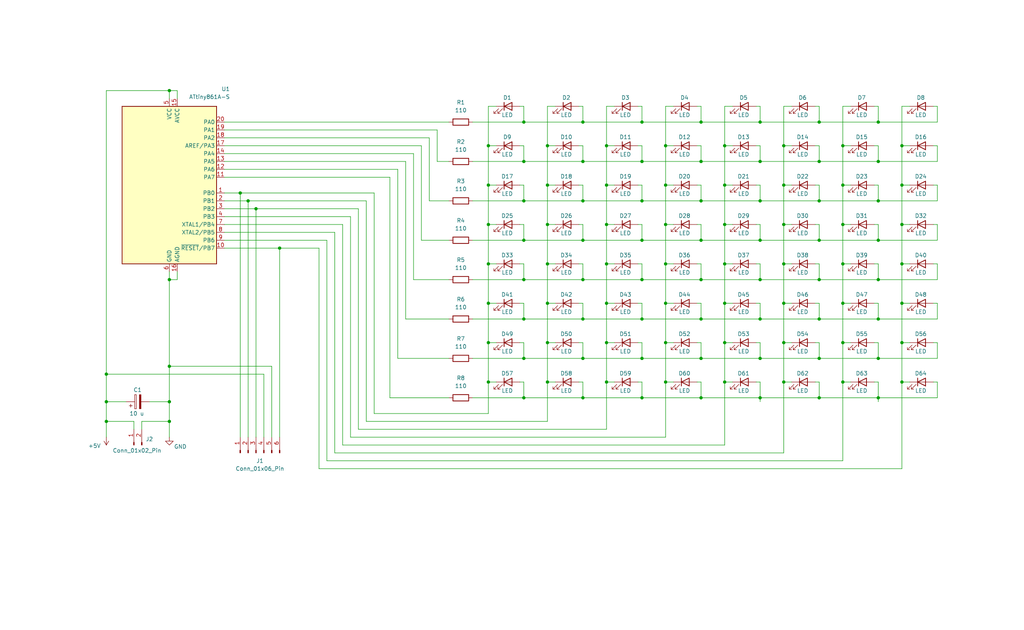
<source format=kicad_sch>
(kicad_sch (version 20250114) (generator "eeschema") (generator_version "9.0")
  (paper "User" 330.2 203.2)
  (title_block (title "Salama-64") (date "2026-02-12") (company "ELEKTRONIIKKAKERHO") (comment 1 "Jan Äärelä"))
  (junction (at 252.73 72.39))
  (junction (at 195.58 97.79))
  (junction (at 187.96 128.27))
  (junction (at 195.58 72.39))
  (junction (at 207.01 77.47))
  (junction (at 207.01 52.07))
  (junction (at 226.06 128.27))
  (junction (at 157.48 123.19))
  (junction (at 168.91 52.07))
  (junction (at 226.06 64.77))
  (junction (at 82.55 67.31))
  (junction (at 195.58 85.09))
  (junction (at 157.48 72.39))
  (junction (at 271.78 97.79))
  (junction (at 214.63 85.09))
  (junction (at 252.73 85.09))
  (junction (at 54.61 90.17))
  (junction (at 252.73 110.49))
  (junction (at 283.21 64.77))
  (junction (at 264.16 77.47))
  (junction (at 264.16 115.57))
  (junction (at 245.11 128.27))
  (junction (at 290.83 72.39))
  (junction (at 271.78 46.99))
  (junction (at 226.06 115.57))
  (junction (at 176.53 46.99))
  (junction (at 187.96 102.87))
  (junction (at 245.11 102.87))
  (junction (at 195.58 110.49))
  (junction (at 214.63 59.69))
  (junction (at 233.68 59.69))
  (junction (at 264.16 90.17))
  (junction (at 187.96 39.37))
  (junction (at 157.48 97.79))
  (junction (at 283.21 128.27))
  (junction (at 271.78 72.39))
  (junction (at 226.06 90.17))
  (junction (at 195.58 46.99))
  (junction (at 264.16 39.37))
  (junction (at 187.96 64.77))
  (junction (at 283.21 115.57))
  (junction (at 290.83 123.19))
  (junction (at 207.01 90.17))
  (junction (at 290.83 85.09))
  (junction (at 214.63 72.39))
  (junction (at 187.96 115.57))
  (junction (at 176.53 85.09))
  (junction (at 207.01 115.57))
  (junction (at 233.68 97.79))
  (junction (at 195.58 123.19))
  (junction (at 226.06 77.47))
  (junction (at 226.06 102.87))
  (junction (at 34.29 135.89))
  (junction (at 214.63 46.99))
  (junction (at 283.21 90.17))
  (junction (at 264.16 52.07))
  (junction (at 245.11 64.77))
  (junction (at 157.48 46.99))
  (junction (at 187.96 77.47))
  (junction (at 264.16 128.27))
  (junction (at 168.91 39.37))
  (junction (at 283.21 39.37))
  (junction (at 34.29 129.54))
  (junction (at 80.01 64.77))
  (junction (at 207.01 39.37))
  (junction (at 245.11 52.07))
  (junction (at 168.91 102.87))
  (junction (at 271.78 123.19))
  (junction (at 54.61 29.21))
  (junction (at 271.78 85.09))
  (junction (at 176.53 59.69))
  (junction (at 290.83 46.99))
  (junction (at 264.16 102.87))
  (junction (at 245.11 77.47))
  (junction (at 233.68 123.19))
  (junction (at 168.91 128.27))
  (junction (at 34.29 120.65))
  (junction (at 245.11 39.37))
  (junction (at 207.01 128.27))
  (junction (at 168.91 115.57))
  (junction (at 252.73 59.69))
  (junction (at 233.68 110.49))
  (junction (at 54.61 118.11))
  (junction (at 195.58 59.69))
  (junction (at 77.47 62.23))
  (junction (at 168.91 77.47))
  (junction (at 214.63 97.79))
  (junction (at 290.83 110.49))
  (junction (at 233.68 46.99))
  (junction (at 157.48 59.69))
  (junction (at 214.63 123.19))
  (junction (at 187.96 52.07))
  (junction (at 271.78 59.69))
  (junction (at 207.01 102.87))
  (junction (at 187.96 90.17))
  (junction (at 283.21 77.47))
  (junction (at 176.53 72.39))
  (junction (at 252.73 97.79))
  (junction (at 233.68 72.39))
  (junction (at 176.53 97.79))
  (junction (at 157.48 110.49))
  (junction (at 54.61 129.54))
  (junction (at 168.91 90.17))
  (junction (at 271.78 110.49))
  (junction (at 207.01 64.77))
  (junction (at 214.63 110.49))
  (junction (at 252.73 123.19))
  (junction (at 245.11 115.57))
  (junction (at 264.16 64.77))
  (junction (at 168.91 64.77))
  (junction (at 283.21 52.07))
  (junction (at 290.83 97.79))
  (junction (at 233.68 85.09))
  (junction (at 176.53 110.49))
  (junction (at 252.73 46.99))
  (junction (at 245.11 90.17))
  (junction (at 283.21 102.87))
  (junction (at 54.61 135.89))
  (junction (at 226.06 39.37))
  (junction (at 290.83 59.69))
  (junction (at 90.17 80.01))
  (junction (at 226.06 52.07))
  (junction (at 176.53 123.19))
  (junction (at 157.48 85.09))
  (wire (pts (xy 157.48 110.49) (xy 160.02 110.49)))
  (wire (pts (xy 135.89 46.99) (xy 135.89 77.47)))
  (wire (pts (xy 102.87 151.13) (xy 290.83 151.13)))
  (wire (pts (xy 152.4 102.87) (xy 168.91 102.87)))
  (wire (pts (xy 167.64 72.39) (xy 168.91 72.39)))
  (wire (pts (xy 264.16 59.69) (xy 264.16 64.77)))
  (wire (pts (xy 87.63 140.97) (xy 87.63 118.11)))
  (wire (pts (xy 252.73 85.09) (xy 255.27 85.09)))
  (wire (pts (xy 271.78 46.99) (xy 274.32 46.99)))
  (wire (pts (xy 264.16 34.29) (xy 264.16 39.37)))
  (wire (pts (xy 252.73 97.79) (xy 255.27 97.79)))
  (wire (pts (xy 187.96 52.07) (xy 187.96 46.99)))
  (wire (pts (xy 72.39 46.99) (xy 135.89 46.99)))
  (wire (pts (xy 207.01 72.39) (xy 207.01 77.47)))
  (wire (pts (xy 245.11 72.39) (xy 245.11 77.47)))
  (wire (pts (xy 195.58 59.69) (xy 198.12 59.69)))
  (wire (pts (xy 233.68 59.69) (xy 236.22 59.69)))
  (wire (pts (xy 226.06 52.07) (xy 207.01 52.07)))
  (wire (pts (xy 48.26 129.54) (xy 54.61 129.54)))
  (wire (pts (xy 72.39 41.91) (xy 140.97 41.91)))
  (wire (pts (xy 283.21 46.99) (xy 283.21 52.07)))
  (wire (pts (xy 176.53 97.79) (xy 176.53 110.49)))
  (wire (pts (xy 168.91 97.79) (xy 168.91 102.87)))
  (wire (pts (xy 283.21 85.09) (xy 283.21 90.17)))
  (wire (pts (xy 195.58 72.39) (xy 198.12 72.39)))
  (wire (pts (xy 233.68 97.79) (xy 236.22 97.79)))
  (wire (pts (xy 283.21 102.87) (xy 302.26 102.87)))
  (wire (pts (xy 207.01 115.57) (xy 226.06 115.57)))
  (wire (pts (xy 54.61 87.63) (xy 54.61 90.17)))
  (wire (pts (xy 207.01 110.49) (xy 207.01 115.57)))
  (wire (pts (xy 187.96 64.77) (xy 187.96 59.69)))
  (wire (pts (xy 226.06 110.49) (xy 226.06 115.57)))
  (wire (pts (xy 283.21 97.79) (xy 283.21 102.87)))
  (wire (pts (xy 167.64 123.19) (xy 168.91 123.19)))
  (wire (pts (xy 186.69 123.19) (xy 187.96 123.19)))
  (wire (pts (xy 82.55 67.31) (xy 115.57 67.31)))
  (wire (pts (xy 214.63 85.09) (xy 214.63 97.79)))
  (wire (pts (xy 233.68 72.39) (xy 236.22 72.39)))
  (wire (pts (xy 157.48 97.79) (xy 160.02 97.79)))
  (wire (pts (xy 245.11 123.19) (xy 245.11 128.27)))
  (wire (pts (xy 233.68 72.39) (xy 233.68 85.09)))
  (wire (pts (xy 264.16 39.37) (xy 283.21 39.37)))
  (wire (pts (xy 262.89 46.99) (xy 264.16 46.99)))
  (wire (pts (xy 195.58 72.39) (xy 195.58 85.09)))
  (wire (pts (xy 207.01 77.47) (xy 226.06 77.47)))
  (wire (pts (xy 168.91 85.09) (xy 168.91 90.17)))
  (wire (pts (xy 264.16 72.39) (xy 264.16 77.47)))
  (wire (pts (xy 290.83 59.69) (xy 290.83 72.39)))
  (wire (pts (xy 195.58 85.09) (xy 198.12 85.09)))
  (wire (pts (xy 271.78 148.59) (xy 271.78 123.19)))
  (wire (pts (xy 281.94 59.69) (xy 283.21 59.69)))
  (wire (pts (xy 264.16 115.57) (xy 283.21 115.57)))
  (wire (pts (xy 102.87 80.01) (xy 102.87 151.13)))
  (wire (pts (xy 283.21 110.49) (xy 283.21 115.57)))
  (wire (pts (xy 264.16 97.79) (xy 264.16 102.87)))
  (wire (pts (xy 130.81 102.87) (xy 144.78 102.87)))
  (wire (pts (xy 226.06 34.29) (xy 226.06 39.37)))
  (wire (pts (xy 214.63 140.97) (xy 214.63 123.19)))
  (wire (pts (xy 187.96 39.37) (xy 207.01 39.37)))
  (wire (pts (xy 113.03 140.97) (xy 214.63 140.97)))
  (wire (pts (xy 34.29 129.54) (xy 34.29 120.65)))
  (wire (pts (xy 168.91 46.99) (xy 168.91 52.07)))
  (wire (pts (xy 85.09 140.97) (xy 85.09 120.65)))
  (wire (pts (xy 243.84 97.79) (xy 245.11 97.79)))
  (wire (pts (xy 245.11 52.07) (xy 226.06 52.07)))
  (wire (pts (xy 207.01 39.37) (xy 226.06 39.37)))
  (wire (pts (xy 72.39 44.45) (xy 138.43 44.45)))
  (wire (pts (xy 233.68 34.29) (xy 233.68 46.99)))
  (wire (pts (xy 187.96 115.57) (xy 187.96 110.49)))
  (wire (pts (xy 245.11 64.77) (xy 264.16 64.77)))
  (wire (pts (xy 290.83 123.19) (xy 293.37 123.19)))
  (wire (pts (xy 207.01 102.87) (xy 226.06 102.87)))
  (wire (pts (xy 167.64 97.79) (xy 168.91 97.79)))
  (wire (pts (xy 54.61 118.11) (xy 87.63 118.11)))
  (wire (pts (xy 271.78 46.99) (xy 271.78 59.69)))
  (wire (pts (xy 168.91 72.39) (xy 168.91 77.47)))
  (wire (pts (xy 245.11 85.09) (xy 245.11 90.17)))
  (wire (pts (xy 264.16 46.99) (xy 264.16 52.07)))
  (wire (pts (xy 140.97 52.07) (xy 144.78 52.07)))
  (wire (pts (xy 187.96 46.99) (xy 186.69 46.99)))
  (wire (pts (xy 187.96 77.47) (xy 207.01 77.47)))
  (wire (pts (xy 207.01 59.69) (xy 207.01 64.77)))
  (wire (pts (xy 243.84 123.19) (xy 245.11 123.19)))
  (wire (pts (xy 157.48 97.79) (xy 157.48 85.09)))
  (wire (pts (xy 271.78 97.79) (xy 271.78 110.49)))
  (wire (pts (xy 90.17 80.01) (xy 90.17 140.97)))
  (wire (pts (xy 245.11 46.99) (xy 245.11 52.07)))
  (wire (pts (xy 176.53 135.89) (xy 176.53 123.19)))
  (wire (pts (xy 157.48 85.09) (xy 157.48 72.39)))
  (wire (pts (xy 233.68 85.09) (xy 236.22 85.09)))
  (wire (pts (xy 72.39 57.15) (xy 125.73 57.15)))
  (wire (pts (xy 262.89 85.09) (xy 264.16 85.09)))
  (wire (pts (xy 226.06 123.19) (xy 226.06 128.27)))
  (wire (pts (xy 302.26 110.49) (xy 302.26 115.57)))
  (wire (pts (xy 168.91 64.77) (xy 187.96 64.77)))
  (wire (pts (xy 271.78 85.09) (xy 274.32 85.09)))
  (wire (pts (xy 300.99 59.69) (xy 302.26 59.69)))
  (wire (pts (xy 128.27 54.61) (xy 128.27 115.57)))
  (wire (pts (xy 271.78 59.69) (xy 271.78 72.39)))
  (wire (pts (xy 168.91 90.17) (xy 187.96 90.17)))
  (wire (pts (xy 271.78 59.69) (xy 274.32 59.69)))
  (wire (pts (xy 264.16 90.17) (xy 283.21 90.17)))
  (wire (pts (xy 115.57 67.31) (xy 115.57 138.43)))
  (wire (pts (xy 243.84 85.09) (xy 245.11 85.09)))
  (wire (pts (xy 281.94 123.19) (xy 283.21 123.19)))
  (wire (pts (xy 226.06 97.79) (xy 226.06 102.87)))
  (wire (pts (xy 233.68 123.19) (xy 236.22 123.19)))
  (wire (pts (xy 54.61 29.21) (xy 54.61 31.75)))
  (wire (pts (xy 72.39 77.47) (xy 105.41 77.47)))
  (wire (pts (xy 283.21 52.07) (xy 302.26 52.07)))
  (wire (pts (xy 243.84 110.49) (xy 245.11 110.49)))
  (wire (pts (xy 167.64 46.99) (xy 168.91 46.99)))
  (wire (pts (xy 72.39 80.01) (xy 90.17 80.01)))
  (wire (pts (xy 283.21 34.29) (xy 283.21 39.37)))
  (wire (pts (xy 186.69 97.79) (xy 187.96 97.79)))
  (wire (pts (xy 198.12 34.29) (xy 195.58 34.29)))
  (wire (pts (xy 90.17 80.01) (xy 102.87 80.01)))
  (wire (pts (xy 264.16 110.49) (xy 264.16 115.57)))
  (wire (pts (xy 264.16 64.77) (xy 283.21 64.77)))
  (wire (pts (xy 252.73 110.49) (xy 252.73 123.19)))
  (wire (pts (xy 105.41 148.59) (xy 271.78 148.59)))
  (wire (pts (xy 214.63 72.39) (xy 214.63 85.09)))
  (wire (pts (xy 205.74 123.19) (xy 207.01 123.19)))
  (wire (pts (xy 252.73 72.39) (xy 252.73 85.09)))
  (wire (pts (xy 252.73 34.29) (xy 252.73 46.99)))
  (wire (pts (xy 157.48 123.19) (xy 157.48 110.49)))
  (wire (pts (xy 168.91 128.27) (xy 187.96 128.27)))
  (wire (pts (xy 290.83 46.99) (xy 290.83 59.69)))
  (wire (pts (xy 243.84 59.69) (xy 245.11 59.69)))
  (wire (pts (xy 245.11 90.17) (xy 264.16 90.17)))
  (wire (pts (xy 214.63 110.49) (xy 214.63 123.19)))
  (wire (pts (xy 187.96 128.27) (xy 207.01 128.27)))
  (wire (pts (xy 283.21 90.17) (xy 302.26 90.17)))
  (wire (pts (xy 207.01 97.79) (xy 207.01 102.87)))
  (wire (pts (xy 152.4 52.07) (xy 168.91 52.07)))
  (wire (pts (xy 34.29 120.65) (xy 85.09 120.65)))
  (wire (pts (xy 195.58 59.69) (xy 195.58 72.39)))
  (wire (pts (xy 252.73 59.69) (xy 252.73 72.39)))
  (wire (pts (xy 80.01 64.77) (xy 118.11 64.77)))
  (wire (pts (xy 186.69 59.69) (xy 187.96 59.69)))
  (wire (pts (xy 207.01 128.27) (xy 226.06 128.27)))
  (wire (pts (xy 34.29 135.89) (xy 34.29 140.97)))
  (wire (pts (xy 271.78 110.49) (xy 271.78 123.19)))
  (wire (pts (xy 187.96 115.57) (xy 207.01 115.57)))
  (wire (pts (xy 302.26 72.39) (xy 302.26 77.47)))
  (wire (pts (xy 157.48 46.99) (xy 160.02 46.99)))
  (wire (pts (xy 262.89 59.69) (xy 264.16 59.69)))
  (wire (pts (xy 167.64 110.49) (xy 168.91 110.49)))
  (wire (pts (xy 302.26 59.69) (xy 302.26 64.77)))
  (wire (pts (xy 252.73 72.39) (xy 255.27 72.39)))
  (wire (pts (xy 138.43 64.77) (xy 144.78 64.77)))
  (wire (pts (xy 130.81 52.07) (xy 130.81 102.87)))
  (wire (pts (xy 293.37 34.29) (xy 290.83 34.29)))
  (wire (pts (xy 176.53 97.79) (xy 179.07 97.79)))
  (wire (pts (xy 118.11 64.77) (xy 118.11 135.89)))
  (wire (pts (xy 214.63 97.79) (xy 214.63 110.49)))
  (wire (pts (xy 187.96 77.47) (xy 187.96 72.39)))
  (wire (pts (xy 125.73 128.27) (xy 144.78 128.27)))
  (wire (pts (xy 245.11 39.37) (xy 264.16 39.37)))
  (wire (pts (xy 226.06 72.39) (xy 226.06 77.47)))
  (wire (pts (xy 262.89 72.39) (xy 264.16 72.39)))
  (wire (pts (xy 214.63 72.39) (xy 217.17 72.39)))
  (wire (pts (xy 283.21 115.57) (xy 302.26 115.57)))
  (wire (pts (xy 168.91 123.19) (xy 168.91 128.27)))
  (wire (pts (xy 262.89 110.49) (xy 264.16 110.49)))
  (wire (pts (xy 302.26 97.79) (xy 302.26 102.87)))
  (wire (pts (xy 72.39 49.53) (xy 133.35 49.53)))
  (wire (pts (xy 135.89 77.47) (xy 144.78 77.47)))
  (wire (pts (xy 283.21 77.47) (xy 302.26 77.47)))
  (wire (pts (xy 214.63 123.19) (xy 217.17 123.19)))
  (wire (pts (xy 205.74 72.39) (xy 207.01 72.39)))
  (wire (pts (xy 176.53 110.49) (xy 179.07 110.49)))
  (wire (pts (xy 176.53 123.19) (xy 179.07 123.19)))
  (wire (pts (xy 290.83 85.09) (xy 290.83 97.79)))
  (wire (pts (xy 274.32 123.19) (xy 271.78 123.19)))
  (wire (pts (xy 281.94 85.09) (xy 283.21 85.09)))
  (wire (pts (xy 187.96 52.07) (xy 207.01 52.07)))
  (wire (pts (xy 72.39 67.31) (xy 82.55 67.31)))
  (wire (pts (xy 34.29 135.89) (xy 43.18 135.89)))
  (wire (pts (xy 205.74 34.29) (xy 207.01 34.29)))
  (wire (pts (xy 77.47 62.23) (xy 120.65 62.23)))
  (wire (pts (xy 214.63 34.29) (xy 214.63 46.99)))
  (wire (pts (xy 195.58 110.49) (xy 195.58 123.19)))
  (wire (pts (xy 152.4 115.57) (xy 168.91 115.57)))
  (wire (pts (xy 157.48 59.69) (xy 157.48 46.99)))
  (wire (pts (xy 281.94 97.79) (xy 283.21 97.79)))
  (wire (pts (xy 300.99 123.19) (xy 302.26 123.19)))
  (wire (pts (xy 252.73 46.99) (xy 255.27 46.99)))
  (wire (pts (xy 302.26 123.19) (xy 302.26 128.27)))
  (wire (pts (xy 176.53 72.39) (xy 176.53 85.09)))
  (wire (pts (xy 245.11 77.47) (xy 264.16 77.47)))
  (wire (pts (xy 34.29 129.54) (xy 40.64 129.54)))
  (wire (pts (xy 82.55 67.31) (xy 82.55 140.97)))
  (wire (pts (xy 54.61 129.54) (xy 54.61 135.89)))
  (wire (pts (xy 157.48 72.39) (xy 157.48 59.69)))
  (wire (pts (xy 245.11 34.29) (xy 245.11 39.37)))
  (wire (pts (xy 255.27 34.29) (xy 252.73 34.29)))
  (wire (pts (xy 168.91 59.69) (xy 168.91 64.77)))
  (wire (pts (xy 176.53 110.49) (xy 176.53 123.19)))
  (wire (pts (xy 224.79 59.69) (xy 226.06 59.69)))
  (wire (pts (xy 224.79 46.99) (xy 226.06 46.99)))
  (wire (pts (xy 205.74 85.09) (xy 207.01 85.09)))
  (wire (pts (xy 110.49 143.51) (xy 233.68 143.51)))
  (wire (pts (xy 226.06 115.57) (xy 245.11 115.57)))
  (wire (pts (xy 271.78 72.39) (xy 274.32 72.39)))
  (wire (pts (xy 302.26 64.77) (xy 283.21 64.77)))
  (wire (pts (xy 205.74 59.69) (xy 207.01 59.69)))
  (wire (pts (xy 245.11 110.49) (xy 245.11 115.57)))
  (wire (pts (xy 195.58 138.43) (xy 195.58 123.19)))
  (wire (pts (xy 214.63 46.99) (xy 214.63 59.69)))
  (wire (pts (xy 300.99 97.79) (xy 302.26 97.79)))
  (wire (pts (xy 271.78 72.39) (xy 271.78 85.09)))
  (wire (pts (xy 168.91 110.49) (xy 168.91 115.57)))
  (wire (pts (xy 113.03 69.85) (xy 113.03 140.97)))
  (wire (pts (xy 120.65 62.23) (xy 120.65 133.35)))
  (wire (pts (xy 262.89 34.29) (xy 264.16 34.29)))
  (wire (pts (xy 245.11 59.69) (xy 245.11 64.77)))
  (wire (pts (xy 195.58 110.49) (xy 198.12 110.49)))
  (wire (pts (xy 120.65 133.35) (xy 157.48 133.35)))
  (wire (pts (xy 271.78 85.09) (xy 271.78 97.79)))
  (wire (pts (xy 281.94 110.49) (xy 283.21 110.49)))
  (wire (pts (xy 187.96 102.87) (xy 187.96 97.79)))
  (wire (pts (xy 226.06 64.77) (xy 245.11 64.77)))
  (wire (pts (xy 252.73 123.19) (xy 255.27 123.19)))
  (wire (pts (xy 152.4 128.27) (xy 168.91 128.27)))
  (wire (pts (xy 214.63 59.69) (xy 217.17 59.69)))
  (wire (pts (xy 186.69 85.09) (xy 187.96 85.09)))
  (wire (pts (xy 186.69 72.39) (xy 187.96 72.39)))
  (wire (pts (xy 157.48 72.39) (xy 160.02 72.39)))
  (wire (pts (xy 176.53 85.09) (xy 176.53 97.79)))
  (wire (pts (xy 217.17 34.29) (xy 214.63 34.29)))
  (wire (pts (xy 281.94 34.29) (xy 283.21 34.29)))
  (wire (pts (xy 105.41 77.47) (xy 105.41 148.59)))
  (wire (pts (xy 195.58 85.09) (xy 195.58 97.79)))
  (wire (pts (xy 281.94 72.39) (xy 283.21 72.39)))
  (wire (pts (xy 283.21 72.39) (xy 283.21 77.47)))
  (wire (pts (xy 233.68 110.49) (xy 233.68 123.19)))
  (wire (pts (xy 77.47 62.23) (xy 77.47 140.97)))
  (wire (pts (xy 262.89 123.19) (xy 264.16 123.19)))
  (wire (pts (xy 54.61 118.11) (xy 54.61 129.54)))
  (wire (pts (xy 252.73 110.49) (xy 255.27 110.49)))
  (wire (pts (xy 290.83 97.79) (xy 293.37 97.79)))
  (wire (pts (xy 157.48 85.09) (xy 160.02 85.09)))
  (wire (pts (xy 80.01 64.77) (xy 80.01 140.97)))
  (wire (pts (xy 195.58 97.79) (xy 195.58 110.49)))
  (wire (pts (xy 214.63 85.09) (xy 217.17 85.09)))
  (wire (pts (xy 207.01 85.09) (xy 207.01 90.17)))
  (wire (pts (xy 233.68 123.19) (xy 233.68 143.51)))
  (wire (pts (xy 43.18 135.89) (xy 43.18 138.43)))
  (wire (pts (xy 243.84 46.99) (xy 245.11 46.99)))
  (wire (pts (xy 207.01 34.29) (xy 207.01 39.37)))
  (wire (pts (xy 186.69 110.49) (xy 187.96 110.49)))
  (wire (pts (xy 207.01 123.19) (xy 207.01 128.27)))
  (wire (pts (xy 168.91 34.29) (xy 168.91 39.37)))
  (wire (pts (xy 233.68 59.69) (xy 233.68 72.39)))
  (wire (pts (xy 72.39 62.23) (xy 77.47 62.23)))
  (wire (pts (xy 107.95 74.93) (xy 107.95 146.05)))
  (wire (pts (xy 264.16 52.07) (xy 283.21 52.07)))
  (wire (pts (xy 57.15 87.63) (xy 57.15 90.17)))
  (wire (pts (xy 302.26 46.99) (xy 302.26 52.07)))
  (wire (pts (xy 224.79 123.19) (xy 226.06 123.19)))
  (wire (pts (xy 226.06 128.27) (xy 245.11 128.27)))
  (wire (pts (xy 205.74 97.79) (xy 207.01 97.79)))
  (wire (pts (xy 283.21 39.37) (xy 302.26 39.37)))
  (wire (pts (xy 283.21 128.27) (xy 283.21 129.54)))
  (wire (pts (xy 214.63 110.49) (xy 217.17 110.49)))
  (wire (pts (xy 34.29 29.21) (xy 54.61 29.21)))
  (wire (pts (xy 152.4 64.77) (xy 168.91 64.77)))
  (wire (pts (xy 236.22 34.29) (xy 233.68 34.29)))
  (wire (pts (xy 168.91 52.07) (xy 187.96 52.07)))
  (wire (pts (xy 133.35 90.17) (xy 144.78 90.17)))
  (wire (pts (xy 271.78 34.29) (xy 271.78 46.99)))
  (wire (pts (xy 167.64 34.29) (xy 168.91 34.29)))
  (wire (pts (xy 195.58 46.99) (xy 195.58 59.69)))
  (wire (pts (xy 283.21 123.19) (xy 283.21 128.27)))
  (wire (pts (xy 290.83 34.29) (xy 290.83 46.99)))
  (wire (pts (xy 157.48 59.69) (xy 160.02 59.69)))
  (wire (pts (xy 290.83 72.39) (xy 290.83 85.09)))
  (wire (pts (xy 176.53 85.09) (xy 179.07 85.09)))
  (wire (pts (xy 187.96 102.87) (xy 207.01 102.87)))
  (wire (pts (xy 157.48 133.35) (xy 157.48 123.19)))
  (wire (pts (xy 195.58 34.29) (xy 195.58 46.99)))
  (wire (pts (xy 34.29 120.65) (xy 34.29 29.21)))
  (wire (pts (xy 57.15 29.21) (xy 57.15 31.75)))
  (wire (pts (xy 274.32 34.29) (xy 271.78 34.29)))
  (wire (pts (xy 271.78 97.79) (xy 274.32 97.79)))
  (wire (pts (xy 224.79 34.29) (xy 226.06 34.29)))
  (wire (pts (xy 252.73 59.69) (xy 255.27 59.69)))
  (wire (pts (xy 233.68 46.99) (xy 233.68 59.69)))
  (wire (pts (xy 110.49 72.39) (xy 110.49 143.51)))
  (wire (pts (xy 224.79 72.39) (xy 226.06 72.39)))
  (wire (pts (xy 157.48 110.49) (xy 157.48 97.79)))
  (wire (pts (xy 54.61 90.17) (xy 57.15 90.17)))
  (wire (pts (xy 179.07 34.29) (xy 176.53 34.29)))
  (wire (pts (xy 186.69 34.29) (xy 187.96 34.29)))
  (wire (pts (xy 54.61 135.89) (xy 54.61 140.97)))
  (wire (pts (xy 195.58 123.19) (xy 198.12 123.19)))
  (wire (pts (xy 243.84 34.29) (xy 245.11 34.29)))
  (wire (pts (xy 290.83 72.39) (xy 293.37 72.39)))
  (wire (pts (xy 252.73 97.79) (xy 252.73 110.49)))
  (wire (pts (xy 233.68 97.79) (xy 233.68 110.49)))
  (wire (pts (xy 45.72 135.89) (xy 45.72 138.43)))
  (wire (pts (xy 252.73 146.05) (xy 252.73 123.19)))
  (wire (pts (xy 72.39 74.93) (xy 107.95 74.93)))
  (wire (pts (xy 264.16 123.19) (xy 264.16 128.27)))
  (wire (pts (xy 54.61 29.21) (xy 57.15 29.21)))
  (wire (pts (xy 226.06 90.17) (xy 245.11 90.17)))
  (wire (pts (xy 207.01 90.17) (xy 226.06 90.17)))
  (wire (pts (xy 160.02 123.19) (xy 157.48 123.19)))
  (wire (pts (xy 168.91 102.87) (xy 187.96 102.87)))
  (wire (pts (xy 264.16 102.87) (xy 283.21 102.87)))
  (wire (pts (xy 205.74 110.49) (xy 207.01 110.49)))
  (wire (pts (xy 226.06 85.09) (xy 226.06 90.17)))
  (wire (pts (xy 187.96 90.17) (xy 207.01 90.17)))
  (wire (pts (xy 226.06 46.99) (xy 226.06 52.07)))
  (wire (pts (xy 45.72 135.89) (xy 54.61 135.89)))
  (wire (pts (xy 264.16 85.09) (xy 264.16 90.17)))
  (wire (pts (xy 195.58 97.79) (xy 198.12 97.79)))
  (wire (pts (xy 243.84 72.39) (xy 245.11 72.39)))
  (wire (pts (xy 54.61 118.11) (xy 54.61 90.17)))
  (wire (pts (xy 125.73 57.15) (xy 125.73 128.27)))
  (wire (pts (xy 152.4 90.17) (xy 168.91 90.17)))
  (wire (pts (xy 187.96 128.27) (xy 187.96 123.19)))
  (wire (pts (xy 176.53 59.69) (xy 179.07 59.69)))
  (wire (pts (xy 128.27 115.57) (xy 144.78 115.57)))
  (wire (pts (xy 300.99 110.49) (xy 302.26 110.49)))
  (wire (pts (xy 214.63 46.99) (xy 217.17 46.99)))
  (wire (pts (xy 302.26 85.09) (xy 302.26 90.17)))
  (wire (pts (xy 214.63 97.79) (xy 217.17 97.79)))
  (wire (pts (xy 252.73 46.99) (xy 252.73 59.69)))
  (wire (pts (xy 168.91 77.47) (xy 187.96 77.47)))
  (wire (pts (xy 34.29 129.54) (xy 34.29 135.89)))
  (wire (pts (xy 207.01 64.77) (xy 226.06 64.77)))
  (wire (pts (xy 157.48 34.29) (xy 160.02 34.29)))
  (wire (pts (xy 72.39 54.61) (xy 128.27 54.61)))
  (wire (pts (xy 290.83 59.69) (xy 293.37 59.69)))
  (wire (pts (xy 176.53 46.99) (xy 176.53 59.69)))
  (wire (pts (xy 72.39 69.85) (xy 113.03 69.85)))
  (wire (pts (xy 283.21 128.27) (xy 302.26 128.27)))
  (wire (pts (xy 167.64 59.69) (xy 168.91 59.69)))
  (wire (pts (xy 118.11 135.89) (xy 176.53 135.89)))
  (wire (pts (xy 138.43 44.45) (xy 138.43 64.77)))
  (wire (pts (xy 264.16 77.47) (xy 283.21 77.47)))
  (wire (pts (xy 290.83 97.79) (xy 290.83 110.49)))
  (wire (pts (xy 274.32 110.49) (xy 271.78 110.49)))
  (wire (pts (xy 290.83 85.09) (xy 293.37 85.09)))
  (wire (pts (xy 300.99 34.29) (xy 302.26 34.29)))
  (wire (pts (xy 205.74 46.99) (xy 207.01 46.99)))
  (wire (pts (xy 115.57 138.43) (xy 195.58 138.43)))
  (wire (pts (xy 176.53 46.99) (xy 179.07 46.99)))
  (wire (pts (xy 72.39 39.37) (xy 144.78 39.37)))
  (wire (pts (xy 176.53 72.39) (xy 179.07 72.39)))
  (wire (pts (xy 302.26 39.37) (xy 302.26 34.29)))
  (wire (pts (xy 152.4 77.47) (xy 168.91 77.47)))
  (wire (pts (xy 245.11 115.57) (xy 264.16 115.57)))
  (wire (pts (xy 226.06 59.69) (xy 226.06 64.77)))
  (wire (pts (xy 214.63 59.69) (xy 214.63 72.39)))
  (wire (pts (xy 290.83 151.13) (xy 290.83 123.19)))
  (wire (pts (xy 72.39 52.07) (xy 130.81 52.07)))
  (wire (pts (xy 226.06 77.47) (xy 245.11 77.47)))
  (wire (pts (xy 290.83 110.49) (xy 293.37 110.49)))
  (wire (pts (xy 252.73 85.09) (xy 252.73 97.79)))
  (wire (pts (xy 281.94 46.99) (xy 283.21 46.99)))
  (wire (pts (xy 245.11 128.27) (xy 245.11 129.54)))
  (wire (pts (xy 300.99 85.09) (xy 302.26 85.09)))
  (wire (pts (xy 72.39 64.77) (xy 80.01 64.77)))
  (wire (pts (xy 233.68 46.99) (xy 236.22 46.99)))
  (wire (pts (xy 233.68 85.09) (xy 233.68 97.79)))
  (wire (pts (xy 72.39 72.39) (xy 110.49 72.39)))
  (wire (pts (xy 176.53 59.69) (xy 176.53 72.39)))
  (wire (pts (xy 245.11 128.27) (xy 264.16 128.27)))
  (wire (pts (xy 224.79 110.49) (xy 226.06 110.49)))
  (wire (pts (xy 245.11 97.79) (xy 245.11 102.87)))
  (wire (pts (xy 107.95 146.05) (xy 252.73 146.05)))
  (wire (pts (xy 195.58 46.99) (xy 198.12 46.99)))
  (wire (pts (xy 176.53 34.29) (xy 176.53 46.99)))
  (wire (pts (xy 140.97 41.91) (xy 140.97 52.07)))
  (wire (pts (xy 133.35 49.53) (xy 133.35 90.17)))
  (wire (pts (xy 187.96 34.29) (xy 187.96 39.37)))
  (wire (pts (xy 226.06 39.37) (xy 245.11 39.37)))
  (wire (pts (xy 187.96 90.17) (xy 187.96 85.09)))
  (wire (pts (xy 226.06 102.87) (xy 245.11 102.87)))
  (wire (pts (xy 168.91 115.57) (xy 187.96 115.57)))
  (wire (pts (xy 233.68 110.49) (xy 236.22 110.49)))
  (wire (pts (xy 168.91 39.37) (xy 187.96 39.37)))
  (wire (pts (xy 157.48 46.99) (xy 157.48 34.29)))
  (wire (pts (xy 264.16 128.27) (xy 283.21 128.27)))
  (wire (pts (xy 300.99 72.39) (xy 302.26 72.39)))
  (wire (pts (xy 245.11 52.07) (xy 264.16 52.07)))
  (wire (pts (xy 300.99 46.99) (xy 302.26 46.99)))
  (wire (pts (xy 290.83 110.49) (xy 290.83 123.19)))
  (wire (pts (xy 167.64 85.09) (xy 168.91 85.09)))
  (wire (pts (xy 283.21 59.69) (xy 283.21 64.77)))
  (wire (pts (xy 152.4 39.37) (xy 168.91 39.37)))
  (wire (pts (xy 262.89 97.79) (xy 264.16 97.79)))
  (wire (pts (xy 290.83 46.99) (xy 293.37 46.99)))
  (wire (pts (xy 224.79 97.79) (xy 226.06 97.79)))
  (wire (pts (xy 224.79 85.09) (xy 226.06 85.09)))
  (wire (pts (xy 187.96 64.77) (xy 207.01 64.77)))
  (wire (pts (xy 245.11 102.87) (xy 264.16 102.87)))
  (wire (pts (xy 207.01 46.99) (xy 207.01 52.07)))
  (symbol (lib_id "Device:LED") (at 240.03 72.39 0) (unit 1)
    (property "Reference" "D29" (at 239.776 69.596 0))
    (property "Value" "LED" (at 239.776 75.184 0))
    (property "Footprint" "LED_THT:LED_D5.0mm" (effects (hide yes)))
    (property "Description" "Light emitting diode" (effects (hide yes)))
    (property "Sim.Pins" "1=K 2=A" (effects (hide yes)))
  )
  (symbol (lib_id "Device:LED") (at 201.93 85.09 0) (unit 1)
    (property "Reference" "D35" (at 201.676 82.296 0))
    (property "Value" "LED" (at 201.676 87.884 0))
    (property "Footprint" "LED_THT:LED_D5.0mm" (effects (hide yes)))
    (property "Description" "Light emitting diode" (effects (hide yes)))
    (property "Sim.Pins" "1=K 2=A" (effects (hide yes)))
  )
  (symbol (lib_id "Device:LED") (at 220.98 34.29 0) (unit 1)
    (property "Reference" "D4" (at 220.726 31.496 0))
    (property "Value" "LED" (at 220.726 37.084 0))
    (property "Footprint" "LED_THT:LED_D5.0mm" (effects (hide yes)))
    (property "Description" "Light emitting diode" (effects (hide yes)))
    (property "Sim.Pins" "1=K 2=A" (effects (hide yes)))
  )
  (symbol (lib_id "Device:LED") (at 182.88 72.39 0) (unit 1)
    (property "Reference" "D26" (at 182.626 69.596 0))
    (property "Value" "LED" (at 182.626 75.184 0))
    (property "Footprint" "LED_THT:LED_D5.0mm" (effects (hide yes)))
    (property "Description" "Light emitting diode" (effects (hide yes)))
    (property "Sim.Pins" "1=K 2=A" (effects (hide yes)))
  )
  (symbol (lib_id "Device:LED") (at 240.03 123.19 0) (unit 1)
    (property "Reference" "D61" (at 239.776 120.396 0))
    (property "Value" "LED" (at 239.776 125.984 0))
    (property "Footprint" "LED_THT:LED_D5.0mm" (effects (hide yes)))
    (property "Description" "Light emitting diode" (effects (hide yes)))
    (property "Sim.Pins" "1=K 2=A" (effects (hide yes)))
  )
  (symbol (lib_id "Device:LED") (at 182.88 34.29 0) (unit 1)
    (property "Reference" "D2" (at 182.626 31.496 0))
    (property "Value" "LED" (at 182.626 37.084 0))
    (property "Footprint" "LED_THT:LED_D5.0mm" (effects (hide yes)))
    (property "Description" "Light emitting diode" (effects (hide yes)))
    (property "Sim.Pins" "1=K 2=A" (effects (hide yes)))
  )
  (symbol (lib_id "Device:LED") (at 297.18 59.69 0) (unit 1)
    (property "Reference" "D24" (at 296.926 56.896 0))
    (property "Value" "LED" (at 296.926 62.484 0))
    (property "Footprint" "LED_THT:LED_D5.0mm" (effects (hide yes)))
    (property "Description" "Light emitting diode" (effects (hide yes)))
    (property "Sim.Pins" "1=K 2=A" (effects (hide yes)))
  )
  (symbol (lib_id "Device:LED") (at 278.13 123.19 0) (unit 1)
    (property "Reference" "D63" (at 277.876 120.396 0))
    (property "Value" "LED" (at 277.876 125.984 0))
    (property "Footprint" "LED_THT:LED_D5.0mm" (effects (hide yes)))
    (property "Description" "Light emitting diode" (effects (hide yes)))
    (property "Sim.Pins" "1=K 2=A" (effects (hide yes)))
  )
  (symbol (lib_id "Device:LED") (at 220.98 59.69 0) (unit 1)
    (property "Reference" "D20" (at 220.726 56.896 0))
    (property "Value" "LED" (at 220.726 62.484 0))
    (property "Footprint" "LED_THT:LED_D5.0mm" (effects (hide yes)))
    (property "Description" "Light emitting diode" (effects (hide yes)))
    (property "Sim.Pins" "1=K 2=A" (effects (hide yes)))
  )
  (symbol (lib_id "power:+5V") (at 34.29 140.97 180) (unit 1)
    (property "Reference" "#PWR01" (effects (hide yes)))
    (property "Value" "+5V" (at 32.512 143.764 0) (effects (justify left)))
    (property "Description" "Power symbol creates a global label with name \"+5V\"" (effects (hide yes)))
  )
  (symbol (lib_id "Device:LED") (at 259.08 59.69 0) (unit 1)
    (property "Reference" "D22" (at 258.826 56.896 0))
    (property "Value" "LED" (at 258.826 62.484 0))
    (property "Footprint" "LED_THT:LED_D5.0mm" (effects (hide yes)))
    (property "Description" "Light emitting diode" (effects (hide yes)))
    (property "Sim.Pins" "1=K 2=A" (effects (hide yes)))
  )
  (symbol (lib_id "Device:LED") (at 182.88 59.69 0) (unit 1)
    (property "Reference" "D18" (at 182.626 56.896 0))
    (property "Value" "LED" (at 182.626 62.484 0))
    (property "Footprint" "LED_THT:LED_D5.0mm" (effects (hide yes)))
    (property "Description" "Light emitting diode" (effects (hide yes)))
    (property "Sim.Pins" "1=K 2=A" (effects (hide yes)))
  )
  (symbol (lib_id "Device:R") (at 148.59 77.47 90) (unit 1)
    (property "Reference" "R4" (at 148.59 71.12 90))
    (property "Value" "110" (at 148.59 73.66 90))
    (property "Footprint" "Resistor_SMD:R_1206_3216Metric_Pad1.30x1.75mm_HandSolder" (effects (hide yes)))
    (property "Description" "Resistor" (effects (hide yes)))
  )
  (symbol (lib_id "Device:LED") (at 201.93 110.49 0) (unit 1)
    (property "Reference" "D51" (at 201.676 107.696 0))
    (property "Value" "LED" (at 201.676 113.284 0))
    (property "Footprint" "LED_THT:LED_D5.0mm" (effects (hide yes)))
    (property "Description" "Light emitting diode" (effects (hide yes)))
    (property "Sim.Pins" "1=K 2=A" (effects (hide yes)))
  )
  (symbol (lib_id "Device:LED") (at 220.98 72.39 0) (unit 1)
    (property "Reference" "D28" (at 220.726 69.596 0))
    (property "Value" "LED" (at 220.726 75.184 0))
    (property "Footprint" "LED_THT:LED_D5.0mm" (effects (hide yes)))
    (property "Description" "Light emitting diode" (effects (hide yes)))
    (property "Sim.Pins" "1=K 2=A" (effects (hide yes)))
  )
  (symbol (lib_id "Device:LED") (at 182.88 97.79 0) (unit 1)
    (property "Reference" "D42" (at 182.626 94.996 0))
    (property "Value" "LED" (at 182.626 100.584 0))
    (property "Footprint" "LED_THT:LED_D5.0mm" (effects (hide yes)))
    (property "Description" "Light emitting diode" (effects (hide yes)))
    (property "Sim.Pins" "1=K 2=A" (effects (hide yes)))
  )
  (symbol (lib_id "Device:LED") (at 201.93 46.99 0) (unit 1)
    (property "Reference" "D11" (at 201.676 44.196 0))
    (property "Value" "LED" (at 201.676 49.784 0))
    (property "Footprint" "LED_THT:LED_D5.0mm" (effects (hide yes)))
    (property "Description" "Light emitting diode" (effects (hide yes)))
    (property "Sim.Pins" "1=K 2=A" (effects (hide yes)))
  )
  (symbol (lib_id "Device:LED") (at 240.03 46.99 0) (unit 1)
    (property "Reference" "D13" (at 239.776 44.196 0))
    (property "Value" "LED" (at 239.776 49.784 0))
    (property "Footprint" "LED_THT:LED_D5.0mm" (effects (hide yes)))
    (property "Description" "Light emitting diode" (effects (hide yes)))
    (property "Sim.Pins" "1=K 2=A" (effects (hide yes)))
  )
  (symbol (lib_id "Device:R") (at 148.59 128.27 90) (unit 1)
    (property "Reference" "R8" (at 148.59 121.92 90))
    (property "Value" "110" (at 148.59 124.46 90))
    (property "Footprint" "Resistor_SMD:R_1206_3216Metric_Pad1.30x1.75mm_HandSolder" (effects (hide yes)))
    (property "Description" "Resistor" (effects (hide yes)))
  )
  (symbol (lib_id "Device:LED") (at 163.83 110.49 0) (unit 1)
    (property "Reference" "D49" (at 163.576 107.696 0))
    (property "Value" "LED" (at 163.576 113.284 0))
    (property "Footprint" "LED_THT:LED_D5.0mm" (effects (hide yes)))
    (property "Description" "Light emitting diode" (effects (hide yes)))
    (property "Sim.Pins" "1=K 2=A" (effects (hide yes)))
  )
  (symbol (lib_id "Device:LED") (at 278.13 34.29 0) (unit 1)
    (property "Reference" "D7" (at 277.876 31.496 0))
    (property "Value" "LED" (at 277.876 37.084 0))
    (property "Footprint" "LED_THT:LED_D5.0mm" (effects (hide yes)))
    (property "Description" "Light emitting diode" (effects (hide yes)))
    (property "Sim.Pins" "1=K 2=A" (effects (hide yes)))
  )
  (symbol (lib_id "Device:LED") (at 240.03 110.49 0) (unit 1)
    (property "Reference" "D53" (at 239.776 107.696 0))
    (property "Value" "LED" (at 239.776 113.284 0))
    (property "Footprint" "LED_THT:LED_D5.0mm" (effects (hide yes)))
    (property "Description" "Light emitting diode" (effects (hide yes)))
    (property "Sim.Pins" "1=K 2=A" (effects (hide yes)))
  )
  (symbol (lib_id "Device:LED") (at 182.88 46.99 0) (unit 1)
    (property "Reference" "D10" (at 182.626 44.196 0))
    (property "Value" "LED" (at 182.626 49.784 0))
    (property "Footprint" "LED_THT:LED_D5.0mm" (effects (hide yes)))
    (property "Description" "Light emitting diode" (effects (hide yes)))
    (property "Sim.Pins" "1=K 2=A" (effects (hide yes)))
  )
  (symbol (lib_id "Device:LED") (at 201.93 123.19 0) (unit 1)
    (property "Reference" "D59" (at 201.676 120.396 0))
    (property "Value" "LED" (at 201.676 125.984 0))
    (property "Footprint" "LED_THT:LED_D5.0mm" (effects (hide yes)))
    (property "Description" "Light emitting diode" (effects (hide yes)))
    (property "Sim.Pins" "1=K 2=A" (effects (hide yes)))
  )
  (symbol (lib_id "Device:LED") (at 259.08 97.79 0) (unit 1)
    (property "Reference" "D46" (at 258.826 94.996 0))
    (property "Value" "LED" (at 258.826 100.584 0))
    (property "Footprint" "LED_THT:LED_D5.0mm" (effects (hide yes)))
    (property "Description" "Light emitting diode" (effects (hide yes)))
    (property "Sim.Pins" "1=K 2=A" (effects (hide yes)))
  )
  (symbol (lib_id "Device:LED") (at 220.98 97.79 0) (unit 1)
    (property "Reference" "D44" (at 220.726 94.996 0))
    (property "Value" "LED" (at 220.726 100.584 0))
    (property "Footprint" "LED_THT:LED_D5.0mm" (effects (hide yes)))
    (property "Description" "Light emitting diode" (effects (hide yes)))
    (property "Sim.Pins" "1=K 2=A" (effects (hide yes)))
  )
  (symbol (lib_id "Device:LED") (at 163.83 123.19 0) (unit 1)
    (property "Reference" "D57" (at 163.576 120.396 0))
    (property "Value" "LED" (at 163.576 125.984 0))
    (property "Footprint" "LED_THT:LED_D5.0mm" (effects (hide yes)))
    (property "Description" "Light emitting diode" (effects (hide yes)))
    (property "Sim.Pins" "1=K 2=A" (effects (hide yes)))
  )
  (symbol (lib_id "Device:LED") (at 163.83 59.69 0) (unit 1)
    (property "Reference" "D17" (at 163.576 56.896 0))
    (property "Value" "LED" (at 163.576 62.484 0))
    (property "Footprint" "LED_THT:LED_D5.0mm" (effects (hide yes)))
    (property "Description" "Light emitting diode" (effects (hide yes)))
    (property "Sim.Pins" "1=K 2=A" (effects (hide yes)))
  )
  (symbol (lib_id "Device:LED") (at 182.88 85.09 0) (unit 1)
    (property "Reference" "D34" (at 182.626 82.296 0))
    (property "Value" "LED" (at 182.626 87.884 0))
    (property "Footprint" "LED_THT:LED_D5.0mm" (effects (hide yes)))
    (property "Description" "Light emitting diode" (effects (hide yes)))
    (property "Sim.Pins" "1=K 2=A" (effects (hide yes)))
  )
  (symbol (lib_id "Device:LED") (at 297.18 97.79 0) (unit 1)
    (property "Reference" "D48" (at 296.926 94.996 0))
    (property "Value" "LED" (at 296.926 100.584 0))
    (property "Footprint" "LED_THT:LED_D5.0mm" (effects (hide yes)))
    (property "Description" "Light emitting diode" (effects (hide yes)))
    (property "Sim.Pins" "1=K 2=A" (effects (hide yes)))
  )
  (symbol (lib_id "Device:LED") (at 163.83 72.39 0) (unit 1)
    (property "Reference" "D25" (at 163.576 69.596 0))
    (property "Value" "LED" (at 163.576 75.184 0))
    (property "Footprint" "LED_THT:LED_D5.0mm" (effects (hide yes)))
    (property "Description" "Light emitting diode" (effects (hide yes)))
    (property "Sim.Pins" "1=K 2=A" (effects (hide yes)))
  )
  (symbol (lib_id "Device:R") (at 148.59 64.77 90) (unit 1)
    (property "Reference" "R3" (at 148.59 58.42 90))
    (property "Value" "110" (at 148.59 60.96 90))
    (property "Footprint" "Resistor_SMD:R_1206_3216Metric_Pad1.30x1.75mm_HandSolder" (effects (hide yes)))
    (property "Description" "Resistor" (effects (hide yes)))
  )
  (symbol (lib_id "Device:LED") (at 259.08 34.29 0) (unit 1)
    (property "Reference" "D6" (at 258.826 31.496 0))
    (property "Value" "LED" (at 258.826 37.084 0))
    (property "Footprint" "LED_THT:LED_D5.0mm" (effects (hide yes)))
    (property "Description" "Light emitting diode" (effects (hide yes)))
    (property "Sim.Pins" "1=K 2=A" (effects (hide yes)))
  )
  (symbol (lib_id "Device:LED") (at 201.93 72.39 0) (unit 1)
    (property "Reference" "D27" (at 201.676 69.596 0))
    (property "Value" "LED" (at 201.676 75.184 0))
    (property "Footprint" "LED_THT:LED_D5.0mm" (effects (hide yes)))
    (property "Description" "Light emitting diode" (effects (hide yes)))
    (property "Sim.Pins" "1=K 2=A" (effects (hide yes)))
  )
  (symbol (lib_id "Device:LED") (at 297.18 72.39 0) (unit 1)
    (property "Reference" "D32" (at 296.926 69.596 0))
    (property "Value" "LED" (at 296.926 75.184 0))
    (property "Footprint" "LED_THT:LED_D5.0mm" (effects (hide yes)))
    (property "Description" "Light emitting diode" (effects (hide yes)))
    (property "Sim.Pins" "1=K 2=A" (effects (hide yes)))
  )
  (symbol (lib_id "Device:R") (at 148.59 90.17 90) (unit 1)
    (property "Reference" "R5" (at 148.59 83.82 90))
    (property "Value" "110" (at 148.59 86.36 90))
    (property "Footprint" "Resistor_SMD:R_1206_3216Metric_Pad1.30x1.75mm_HandSolder" (effects (hide yes)))
    (property "Description" "Resistor" (effects (hide yes)))
  )
  (symbol (lib_id "Device:R") (at 148.59 39.37 90) (unit 1)
    (property "Reference" "R1" (at 148.59 33.02 90))
    (property "Value" "110" (at 148.59 35.56 90))
    (property "Footprint" "Resistor_SMD:R_1206_3216Metric_Pad1.30x1.75mm_HandSolder" (effects (hide yes)))
    (property "Description" "Resistor" (effects (hide yes)))
  )
  (symbol (lib_id "Device:R") (at 148.59 102.87 90) (unit 1)
    (property "Reference" "R6" (at 148.59 96.52 90))
    (property "Value" "110" (at 148.59 99.06 90))
    (property "Footprint" "Resistor_SMD:R_1206_3216Metric_Pad1.30x1.75mm_HandSolder" (effects (hide yes)))
    (property "Description" "Resistor" (effects (hide yes)))
  )
  (symbol (lib_id "Connector:Conn_01x06_Pin") (at 82.55 146.05 90) (unit 1)
    (property "Reference" "J1" (at 83.82 148.59 90))
    (property "Value" "Conn_01x06_Pin" (at 83.82 151.13 90))
    (property "Footprint" "Connector_PinHeader_2.00mm:PinHeader_1x06_P2.00mm_Vertical_SMD_Pin1Left" (effects (hide yes)))
    (property "Description" "Generic connector, single row, 01x06, script generated" (effects (hide yes)))
  )
  (symbol (lib_id "Device:LED") (at 182.88 110.49 0) (unit 1)
    (property "Reference" "D50" (at 182.626 107.696 0))
    (property "Value" "LED" (at 182.626 113.284 0))
    (property "Footprint" "LED_THT:LED_D5.0mm" (effects (hide yes)))
    (property "Description" "Light emitting diode" (effects (hide yes)))
    (property "Sim.Pins" "1=K 2=A" (effects (hide yes)))
  )
  (symbol (lib_id "Device:LED") (at 163.83 46.99 0) (unit 1)
    (property "Reference" "D9" (at 163.576 44.196 0))
    (property "Value" "LED" (at 163.576 49.784 0))
    (property "Footprint" "LED_THT:LED_D5.0mm" (effects (hide yes)))
    (property "Description" "Light emitting diode" (effects (hide yes)))
    (property "Sim.Pins" "1=K 2=A" (effects (hide yes)))
  )
  (symbol (lib_id "Device:LED") (at 297.18 46.99 0) (unit 1)
    (property "Reference" "D16" (at 296.926 44.196 0))
    (property "Value" "LED" (at 296.926 49.784 0))
    (property "Footprint" "LED_THT:LED_D5.0mm" (effects (hide yes)))
    (property "Description" "Light emitting diode" (effects (hide yes)))
    (property "Sim.Pins" "1=K 2=A" (effects (hide yes)))
  )
  (symbol (lib_id "Device:LED") (at 259.08 123.19 0) (unit 1)
    (property "Reference" "D62" (at 258.826 120.396 0))
    (property "Value" "LED" (at 258.826 125.984 0))
    (property "Footprint" "LED_THT:LED_D5.0mm" (effects (hide yes)))
    (property "Description" "Light emitting diode" (effects (hide yes)))
    (property "Sim.Pins" "1=K 2=A" (effects (hide yes)))
  )
  (symbol (lib_id "Device:LED") (at 278.13 110.49 0) (unit 1)
    (property "Reference" "D55" (at 277.876 107.696 0))
    (property "Value" "LED" (at 277.876 113.284 0))
    (property "Footprint" "LED_THT:LED_D5.0mm" (effects (hide yes)))
    (property "Description" "Light emitting diode" (effects (hide yes)))
    (property "Sim.Pins" "1=K 2=A" (effects (hide yes)))
  )
  (symbol (lib_id "Device:LED") (at 278.13 97.79 0) (unit 1)
    (property "Reference" "D47" (at 277.876 94.996 0))
    (property "Value" "LED" (at 277.876 100.584 0))
    (property "Footprint" "LED_THT:LED_D5.0mm" (effects (hide yes)))
    (property "Description" "Light emitting diode" (effects (hide yes)))
    (property "Sim.Pins" "1=K 2=A" (effects (hide yes)))
  )
  (symbol (lib_id "Device:R") (at 148.59 115.57 90) (unit 1)
    (property "Reference" "R7" (at 148.59 109.22 90))
    (property "Value" "110" (at 148.59 111.76 90))
    (property "Footprint" "Resistor_SMD:R_1206_3216Metric_Pad1.30x1.75mm_HandSolder" (effects (hide yes)))
    (property "Description" "Resistor" (effects (hide yes)))
  )
  (symbol (lib_id "Device:LED") (at 201.93 34.29 0) (unit 1)
    (property "Reference" "D3" (at 201.676 31.496 0))
    (property "Value" "LED" (at 201.676 37.084 0))
    (property "Footprint" "LED_THT:LED_D5.0mm" (effects (hide yes)))
    (property "Description" "Light emitting diode" (effects (hide yes)))
    (property "Sim.Pins" "1=K 2=A" (effects (hide yes)))
  )
  (symbol (lib_id "Device:LED") (at 220.98 85.09 0) (unit 1)
    (property "Reference" "D36" (at 220.726 82.296 0))
    (property "Value" "LED" (at 220.726 87.884 0))
    (property "Footprint" "LED_THT:LED_D5.0mm" (effects (hide yes)))
    (property "Description" "Light emitting diode" (effects (hide yes)))
    (property "Sim.Pins" "1=K 2=A" (effects (hide yes)))
  )
  (symbol (lib_id "Device:LED") (at 278.13 85.09 0) (unit 1)
    (property "Reference" "D39" (at 277.876 82.296 0))
    (property "Value" "LED" (at 277.876 87.884 0))
    (property "Footprint" "LED_THT:LED_D5.0mm" (effects (hide yes)))
    (property "Description" "Light emitting diode" (effects (hide yes)))
    (property "Sim.Pins" "1=K 2=A" (effects (hide yes)))
  )
  (symbol (lib_id "Device:LED") (at 163.83 34.29 0) (unit 1)
    (property "Reference" "D1" (at 163.576 31.496 0))
    (property "Value" "LED" (at 163.576 37.084 0))
    (property "Footprint" "LED_THT:LED_D5.0mm" (effects (hide yes)))
    (property "Description" "Light emitting diode" (effects (hide yes)))
    (property "Sim.Pins" "1=K 2=A" (effects (hide yes)))
  )
  (symbol (lib_id "Device:LED") (at 297.18 110.49 0) (unit 1)
    (property "Reference" "D56" (at 296.926 107.696 0))
    (property "Value" "LED" (at 296.926 113.284 0))
    (property "Footprint" "LED_THT:LED_D5.0mm" (effects (hide yes)))
    (property "Description" "Light emitting diode" (effects (hide yes)))
    (property "Sim.Pins" "1=K 2=A" (effects (hide yes)))
  )
  (symbol (lib_id "Device:LED") (at 163.83 85.09 0) (unit 1)
    (property "Reference" "D33" (at 163.576 82.296 0))
    (property "Value" "LED" (at 163.576 87.884 0))
    (property "Footprint" "LED_THT:LED_D5.0mm" (effects (hide yes)))
    (property "Description" "Light emitting diode" (effects (hide yes)))
    (property "Sim.Pins" "1=K 2=A" (effects (hide yes)))
  )
  (symbol (lib_id "Connector:Conn_01x02_Pin") (at 43.18 143.51 90) (unit 1)
    (property "Reference" "J2" (at 46.99 141.6049 90) (effects (justify right)))
    (property "Value" "Conn_01x02_Pin" (at 36.322 145.288 90) (effects (justify right)))
    (property "Footprint" "Connector_PinHeader_2.00mm:PinHeader_1x02_P2.00mm_Vertical" (effects (hide yes)))
    (property "Description" "Generic connector, single row, 01x02, script generated" (effects (hide yes)))
  )
  (symbol (lib_id "Device:LED") (at 297.18 123.19 0) (unit 1)
    (property "Reference" "D64" (at 296.926 120.396 0))
    (property "Value" "LED" (at 296.926 125.984 0))
    (property "Footprint" "LED_THT:LED_D5.0mm" (effects (hide yes)))
    (property "Description" "Light emitting diode" (effects (hide yes)))
    (property "Sim.Pins" "1=K 2=A" (effects (hide yes)))
  )
  (symbol (lib_id "Device:LED") (at 220.98 123.19 0) (unit 1)
    (property "Reference" "D60" (at 220.726 120.396 0))
    (property "Value" "LED" (at 220.726 125.984 0))
    (property "Footprint" "LED_THT:LED_D5.0mm" (effects (hide yes)))
    (property "Description" "Light emitting diode" (effects (hide yes)))
    (property "Sim.Pins" "1=K 2=A" (effects (hide yes)))
  )
  (symbol (lib_id "Device:LED") (at 259.08 110.49 0) (unit 1)
    (property "Reference" "D54" (at 258.826 107.696 0))
    (property "Value" "LED" (at 258.826 113.284 0))
    (property "Footprint" "LED_THT:LED_D5.0mm" (effects (hide yes)))
    (property "Description" "Light emitting diode" (effects (hide yes)))
    (property "Sim.Pins" "1=K 2=A" (effects (hide yes)))
  )
  (symbol (lib_id "Device:LED") (at 240.03 59.69 0) (unit 1)
    (property "Reference" "D21" (at 239.776 56.896 0))
    (property "Value" "LED" (at 239.776 62.484 0))
    (property "Footprint" "LED_THT:LED_D5.0mm" (effects (hide yes)))
    (property "Description" "Light emitting diode" (effects (hide yes)))
    (property "Sim.Pins" "1=K 2=A" (effects (hide yes)))
  )
  (symbol (lib_id "Device:LED") (at 240.03 34.29 0) (unit 1)
    (property "Reference" "D5" (at 239.776 31.496 0))
    (property "Value" "LED" (at 239.776 37.084 0))
    (property "Footprint" "LED_THT:LED_D5.0mm" (effects (hide yes)))
    (property "Description" "Light emitting diode" (effects (hide yes)))
    (property "Sim.Pins" "1=K 2=A" (effects (hide yes)))
  )
  (symbol (lib_id "Device:LED") (at 278.13 72.39 0) (unit 1)
    (property "Reference" "D31" (at 277.876 69.596 0))
    (property "Value" "LED" (at 277.876 75.184 0))
    (property "Footprint" "LED_THT:LED_D5.0mm" (effects (hide yes)))
    (property "Description" "Light emitting diode" (effects (hide yes)))
    (property "Sim.Pins" "1=K 2=A" (effects (hide yes)))
  )
  (symbol (lib_id "Device:LED") (at 240.03 97.79 0) (unit 1)
    (property "Reference" "D45" (at 239.776 94.996 0))
    (property "Value" "LED" (at 239.776 100.584 0))
    (property "Footprint" "LED_THT:LED_D5.0mm" (effects (hide yes)))
    (property "Description" "Light emitting diode" (effects (hide yes)))
    (property "Sim.Pins" "1=K 2=A" (effects (hide yes)))
  )
  (symbol (lib_id "power:GND") (at 54.61 140.97 0) (unit 1)
    (property "Reference" "#PWR02" (effects (hide yes)))
    (property "Value" "GND" (at 60.198 144.018 0) (effects (justify right)))
    (property "Description" "Power symbol creates a global label with name \"GND\" , ground" (effects (hide yes)))
  )
  (symbol (lib_id "Device:LED") (at 163.83 97.79 0) (unit 1)
    (property "Reference" "D41" (at 163.576 94.996 0))
    (property "Value" "LED" (at 163.576 100.584 0))
    (property "Footprint" "LED_THT:LED_D5.0mm" (effects (hide yes)))
    (property "Description" "Light emitting diode" (effects (hide yes)))
    (property "Sim.Pins" "1=K 2=A" (effects (hide yes)))
  )
  (symbol (lib_id "Device:LED") (at 259.08 46.99 0) (unit 1)
    (property "Reference" "D14" (at 258.826 44.196 0))
    (property "Value" "LED" (at 258.826 49.784 0))
    (property "Footprint" "LED_THT:LED_D5.0mm" (effects (hide yes)))
    (property "Description" "Light emitting diode" (effects (hide yes)))
    (property "Sim.Pins" "1=K 2=A" (effects (hide yes)))
  )
  (symbol (lib_id "Device:C_Polarized") (at 44.45 129.54 90) (unit 1)
    (property "Reference" "C1" (at 45.72 125.73 90) (effects (justify left)))
    (property "Value" "10 u" (at 46.482 133.35 90) (effects (justify left)))
    (property "Footprint" "Capacitor_SMD:C_1210_3225Metric_Pad1.33x2.70mm_HandSolder" (effects (hide yes)))
    (property "Description" "Polarized capacitor" (effects (hide yes)))
  )
  (symbol (lib_id "Device:LED") (at 182.88 123.19 0) (unit 1)
    (property "Reference" "D58" (at 182.626 120.396 0))
    (property "Value" "LED" (at 182.626 125.984 0))
    (property "Footprint" "LED_THT:LED_D5.0mm" (effects (hide yes)))
    (property "Description" "Light emitting diode" (effects (hide yes)))
    (property "Sim.Pins" "1=K 2=A" (effects (hide yes)))
  )
  (symbol (lib_id "Device:LED") (at 201.93 97.79 0) (unit 1)
    (property "Reference" "D43" (at 201.676 94.996 0))
    (property "Value" "LED" (at 201.676 100.584 0))
    (property "Footprint" "LED_THT:LED_D5.0mm" (effects (hide yes)))
    (property "Description" "Light emitting diode" (effects (hide yes)))
    (property "Sim.Pins" "1=K 2=A" (effects (hide yes)))
  )
  (symbol (lib_id "Device:LED") (at 278.13 59.69 0) (unit 1)
    (property "Reference" "D23" (at 277.876 56.896 0))
    (property "Value" "LED" (at 277.876 62.484 0))
    (property "Footprint" "LED_THT:LED_D5.0mm" (effects (hide yes)))
    (property "Description" "Light emitting diode" (effects (hide yes)))
    (property "Sim.Pins" "1=K 2=A" (effects (hide yes)))
  )
  (symbol (lib_id "Device:LED") (at 297.18 85.09 0) (unit 1)
    (property "Reference" "D40" (at 296.926 82.296 0))
    (property "Value" "LED" (at 296.926 87.884 0))
    (property "Footprint" "LED_THT:LED_D5.0mm" (effects (hide yes)))
    (property "Description" "Light emitting diode" (effects (hide yes)))
    (property "Sim.Pins" "1=K 2=A" (effects (hide yes)))
  )
  (symbol (lib_id "Device:LED") (at 259.08 72.39 0) (unit 1)
    (property "Reference" "D30" (at 258.826 69.596 0))
    (property "Value" "LED" (at 258.826 75.184 0))
    (property "Footprint" "LED_THT:LED_D5.0mm" (effects (hide yes)))
    (property "Description" "Light emitting diode" (effects (hide yes)))
    (property "Sim.Pins" "1=K 2=A" (effects (hide yes)))
  )
  (symbol (lib_id "Device:LED") (at 240.03 85.09 0) (unit 1)
    (property "Reference" "D37" (at 239.776 82.296 0))
    (property "Value" "LED" (at 239.776 87.884 0))
    (property "Footprint" "LED_THT:LED_D5.0mm" (effects (hide yes)))
    (property "Description" "Light emitting diode" (effects (hide yes)))
    (property "Sim.Pins" "1=K 2=A" (effects (hide yes)))
  )
  (symbol (lib_id "Device:LED") (at 297.18 34.29 0) (unit 1)
    (property "Reference" "D8" (at 296.926 31.496 0))
    (property "Value" "LED" (at 296.926 37.084 0))
    (property "Footprint" "LED_THT:LED_D5.0mm" (effects (hide yes)))
    (property "Description" "Light emitting diode" (effects (hide yes)))
    (property "Sim.Pins" "1=K 2=A" (effects (hide yes)))
  )
  (symbol (lib_id "Device:LED") (at 278.13 46.99 0) (unit 1)
    (property "Reference" "D15" (at 277.876 44.196 0))
    (property "Value" "LED" (at 277.876 49.784 0))
    (property "Footprint" "LED_THT:LED_D5.0mm" (effects (hide yes)))
    (property "Description" "Light emitting diode" (effects (hide yes)))
    (property "Sim.Pins" "1=K 2=A" (effects (hide yes)))
  )
  (symbol (lib_id "Device:LED") (at 259.08 85.09 0) (unit 1)
    (property "Reference" "D38" (at 258.826 82.296 0))
    (property "Value" "LED" (at 258.826 87.884 0))
    (property "Footprint" "LED_THT:LED_D5.0mm" (effects (hide yes)))
    (property "Description" "Light emitting diode" (effects (hide yes)))
    (property "Sim.Pins" "1=K 2=A" (effects (hide yes)))
  )
  (symbol (lib_id "Device:R") (at 148.59 52.07 90) (unit 1)
    (property "Reference" "R2" (at 148.59 45.72 90))
    (property "Value" "110" (at 148.59 48.26 90))
    (property "Footprint" "Resistor_SMD:R_1206_3216Metric_Pad1.30x1.75mm_HandSolder" (effects (hide yes)))
    (property "Description" "Resistor" (effects (hide yes)))
  )
  (symbol (lib_id "MCU_Microchip_ATtiny:ATtiny861A-S") (at 54.61 59.69 0) (unit 1)
    (property "Reference" "U1" (at 74.168 28.702 0) (effects (justify right)))
    (property "Value" "ATtiny861A-S" (at 74.168 31.242 0) (effects (justify right)))
    (property "Footprint" "Package_SO:SOIC-20W_7.5x12.8mm_P1.27mm" (effects (hide yes)))
    (property "Datasheet" "http://ww1.microchip.com/downloads/en/DeviceDoc/doc8197.pdf" (effects (hide yes)))
    (property "Description" "20MHz, 8kB Flash, 512B SRAM, 512B EEPROM, SOIC-20" (effects (hide yes)))
  )
  (symbol (lib_id "Device:LED") (at 201.93 59.69 0) (unit 1)
    (property "Reference" "D19" (at 201.676 56.896 0))
    (property "Value" "LED" (at 201.676 62.484 0))
    (property "Footprint" "LED_THT:LED_D5.0mm" (effects (hide yes)))
    (property "Description" "Light emitting diode" (effects (hide yes)))
    (property "Sim.Pins" "1=K 2=A" (effects (hide yes)))
  )
  (symbol (lib_id "Device:LED") (at 220.98 46.99 0) (unit 1)
    (property "Reference" "D12" (at 220.726 44.196 0))
    (property "Value" "LED" (at 220.726 49.784 0))
    (property "Footprint" "LED_THT:LED_D5.0mm" (effects (hide yes)))
    (property "Description" "Light emitting diode" (effects (hide yes)))
    (property "Sim.Pins" "1=K 2=A" (effects (hide yes)))
  )
  (symbol (lib_id "Device:LED") (at 220.98 110.49 0) (unit 1)
    (property "Reference" "D52" (at 220.726 107.696 0))
    (property "Value" "LED" (at 220.726 113.284 0))
    (property "Footprint" "LED_THT:LED_D5.0mm" (effects (hide yes)))
    (property "Description" "Light emitting diode" (effects (hide yes)))
    (property "Sim.Pins" "1=K 2=A" (effects (hide yes)))
  )
)
</source>
